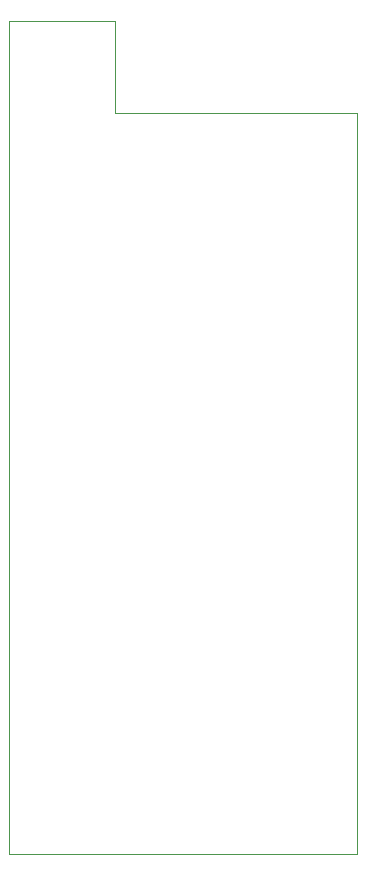
<source format=gm1>
%TF.GenerationSoftware,KiCad,Pcbnew,7.0.7*%
%TF.CreationDate,2024-02-09T14:16:11-05:00*%
%TF.ProjectId,key-fob-pcb,6b65792d-666f-4622-9d70-63622e6b6963,rev?*%
%TF.SameCoordinates,Original*%
%TF.FileFunction,Profile,NP*%
%FSLAX46Y46*%
G04 Gerber Fmt 4.6, Leading zero omitted, Abs format (unit mm)*
G04 Created by KiCad (PCBNEW 7.0.7) date 2024-02-09 14:16:11*
%MOMM*%
%LPD*%
G01*
G04 APERTURE LIST*
%TA.AperFunction,Profile*%
%ADD10C,0.038100*%
%TD*%
G04 APERTURE END LIST*
D10*
X138250000Y-157000000D02*
X167750000Y-157000000D01*
X147250000Y-86500000D02*
X138250000Y-86500000D01*
X147250000Y-94250000D02*
X147250000Y-86500000D01*
X167750000Y-94250000D02*
X147250000Y-94250000D01*
X167750000Y-157000000D02*
X167750000Y-94250000D01*
X138250000Y-86500000D02*
X138250000Y-157000000D01*
M02*

</source>
